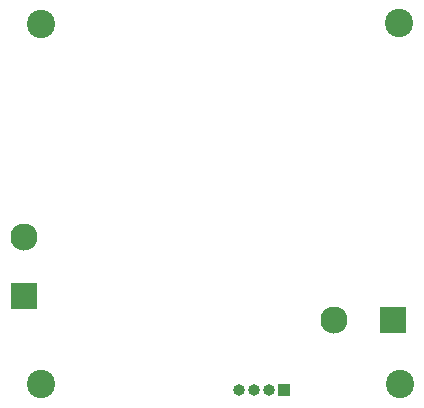
<source format=gbs>
%TF.GenerationSoftware,KiCad,Pcbnew,9.0.0*%
%TF.CreationDate,2025-03-08T20:05:39+01:00*%
%TF.ProjectId,converter1A,636f6e76-6572-4746-9572-31412e6b6963,rev?*%
%TF.SameCoordinates,Original*%
%TF.FileFunction,Soldermask,Bot*%
%TF.FilePolarity,Negative*%
%FSLAX46Y46*%
G04 Gerber Fmt 4.6, Leading zero omitted, Abs format (unit mm)*
G04 Created by KiCad (PCBNEW 9.0.0) date 2025-03-08 20:05:39*
%MOMM*%
%LPD*%
G01*
G04 APERTURE LIST*
%ADD10C,2.400000*%
%ADD11R,2.300000X2.300000*%
%ADD12C,2.300000*%
%ADD13R,1.000000X1.000000*%
%ADD14O,1.000000X1.000000*%
G04 APERTURE END LIST*
D10*
%TO.C,H3*%
X198350000Y-108000000D03*
%TD*%
D11*
%TO.C,J1*%
X197750000Y-102550000D03*
D12*
X192750000Y-102550000D03*
%TD*%
D10*
%TO.C,H2*%
X168000000Y-77500000D03*
%TD*%
%TO.C,H3*%
X168000000Y-108000000D03*
%TD*%
D11*
%TO.C,J3*%
X166500000Y-100525000D03*
D12*
X166500000Y-95525000D03*
%TD*%
D10*
%TO.C,H2*%
X198300000Y-77450000D03*
%TD*%
D13*
%TO.C,J4*%
X188540000Y-108500000D03*
D14*
X187270000Y-108500000D03*
X186000000Y-108500000D03*
X184730000Y-108500000D03*
%TD*%
M02*

</source>
